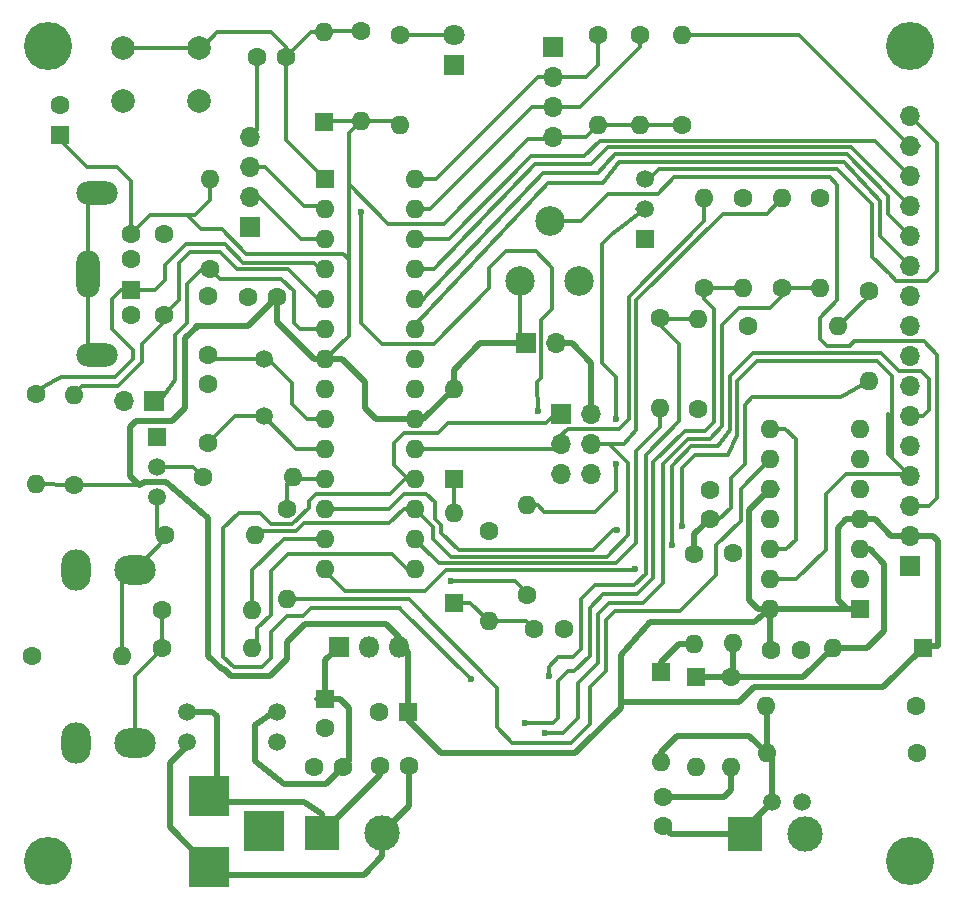
<source format=gbr>
G04 #@! TF.FileFunction,Copper,L2,Bot,Signal*
%FSLAX46Y46*%
G04 Gerber Fmt 4.6, Leading zero omitted, Abs format (unit mm)*
G04 Created by KiCad (PCBNEW 4.0.7) date 01/02/22 22:14:36*
%MOMM*%
%LPD*%
G01*
G04 APERTURE LIST*
%ADD10C,0.100000*%
%ADD11C,1.600000*%
%ADD12O,1.600000X1.600000*%
%ADD13R,1.600000X1.600000*%
%ADD14R,3.500000X3.500000*%
%ADD15C,4.064000*%
%ADD16R,1.700000X1.700000*%
%ADD17O,1.700000X1.700000*%
%ADD18O,2.500000X3.500000*%
%ADD19O,3.500000X2.500000*%
%ADD20O,3.500000X2.000000*%
%ADD21O,2.000000X4.000000*%
%ADD22C,2.500000*%
%ADD23C,2.000000*%
%ADD24R,1.800000X1.800000*%
%ADD25O,1.800000X1.800000*%
%ADD26C,1.500000*%
%ADD27C,1.800000*%
%ADD28C,1.520000*%
%ADD29R,1.520000X1.520000*%
%ADD30R,3.000000X3.000000*%
%ADD31C,3.000000*%
%ADD32C,0.600000*%
%ADD33C,0.500000*%
%ADD34C,0.350000*%
G04 APERTURE END LIST*
D10*
D11*
X113870000Y-78860000D03*
D12*
X113870000Y-86480000D03*
D11*
X92330000Y-107010000D03*
D12*
X92330000Y-114630000D03*
D13*
X78480000Y-121230000D03*
D11*
X78480000Y-123730000D03*
X75170000Y-66900000D03*
X72670000Y-66900000D03*
D13*
X56000000Y-73500000D03*
D11*
X56000000Y-71000000D03*
X74400000Y-87200000D03*
X71900000Y-87200000D03*
X68560000Y-87170000D03*
X68560000Y-92170000D03*
X68560000Y-94600000D03*
X68560000Y-99600000D03*
X96150000Y-115340000D03*
X98650000Y-115340000D03*
D13*
X85520000Y-122350000D03*
D11*
X83020000Y-122350000D03*
D13*
X78330000Y-72430000D03*
D12*
X78330000Y-64810000D03*
D13*
X89340000Y-102600000D03*
D12*
X89340000Y-94980000D03*
D13*
X89380000Y-113160000D03*
D12*
X89380000Y-105540000D03*
D14*
X68620000Y-129460000D03*
X68620000Y-135460000D03*
X73320000Y-132460000D03*
D15*
X128000000Y-66000000D03*
X55000000Y-66000000D03*
D16*
X98450000Y-97160000D03*
D17*
X100990000Y-97160000D03*
X98450000Y-99700000D03*
X100990000Y-99700000D03*
X98450000Y-102240000D03*
X100990000Y-102240000D03*
D15*
X128000000Y-135000000D03*
X55000000Y-135000000D03*
D16*
X97790000Y-66040000D03*
D17*
X97790000Y-68580000D03*
X97790000Y-71120000D03*
X97790000Y-73660000D03*
D16*
X72136000Y-81280000D03*
D17*
X72136000Y-78740000D03*
X72136000Y-76200000D03*
X72136000Y-73660000D03*
D18*
X57340000Y-110310000D03*
D19*
X62340000Y-110310000D03*
D18*
X57340000Y-124950000D03*
D19*
X62340000Y-124950000D03*
D16*
X95480000Y-91140000D03*
D17*
X98020000Y-91140000D03*
D20*
X59180000Y-78460000D03*
X59180000Y-92160000D03*
D13*
X62030000Y-86610000D03*
D11*
X62030000Y-84010000D03*
X62030000Y-88710000D03*
X62030000Y-81910000D03*
X64830000Y-88710000D03*
X64830000Y-81910000D03*
D21*
X58380000Y-85310000D03*
D11*
X81460000Y-64690000D03*
D12*
X81460000Y-72310000D03*
D11*
X105156000Y-65024000D03*
D12*
X105156000Y-72644000D03*
D11*
X101600000Y-65024000D03*
D12*
X101600000Y-72644000D03*
D11*
X64920000Y-107370000D03*
D12*
X72540000Y-107370000D03*
D11*
X53680000Y-117650000D03*
D12*
X61300000Y-117650000D03*
D11*
X108712000Y-72644000D03*
D12*
X108712000Y-65024000D03*
D11*
X64650000Y-116930000D03*
D12*
X72270000Y-116930000D03*
D11*
X64680000Y-113690000D03*
D12*
X72300000Y-113690000D03*
D11*
X117180000Y-86500000D03*
D12*
X117180000Y-78880000D03*
D11*
X120390000Y-78870000D03*
D12*
X120390000Y-86490000D03*
D11*
X110540000Y-86480000D03*
D12*
X110540000Y-78860000D03*
D11*
X106810000Y-89040000D03*
D12*
X106810000Y-96660000D03*
D11*
X110030000Y-96700000D03*
D12*
X110030000Y-89080000D03*
D11*
X57190000Y-103130000D03*
D12*
X57190000Y-95510000D03*
D11*
X53970000Y-95460000D03*
D12*
X53970000Y-103080000D03*
D22*
X97496000Y-80812000D03*
X99996000Y-85852000D03*
X94996000Y-85852000D03*
D23*
X67818000Y-66112000D03*
X67818000Y-70612000D03*
X61318000Y-66112000D03*
X61318000Y-70612000D03*
D24*
X79600000Y-116850000D03*
D25*
X82140000Y-116850000D03*
X84680000Y-116850000D03*
D13*
X78486000Y-77216000D03*
D12*
X86106000Y-110236000D03*
X78486000Y-79756000D03*
X86106000Y-107696000D03*
X78486000Y-82296000D03*
X86106000Y-105156000D03*
X78486000Y-84836000D03*
X86106000Y-102616000D03*
X78486000Y-87376000D03*
X86106000Y-100076000D03*
X78486000Y-89916000D03*
X86106000Y-97536000D03*
X78486000Y-92456000D03*
X86106000Y-94996000D03*
X78486000Y-94996000D03*
X86106000Y-92456000D03*
X78486000Y-97536000D03*
X86106000Y-89916000D03*
X78486000Y-100076000D03*
X86106000Y-87376000D03*
X78486000Y-102616000D03*
X86106000Y-84836000D03*
X78486000Y-105156000D03*
X86106000Y-82296000D03*
X78486000Y-107696000D03*
X86106000Y-79756000D03*
X78486000Y-110236000D03*
X86106000Y-77216000D03*
D16*
X128000000Y-110000000D03*
D17*
X128000000Y-107460000D03*
X128000000Y-104920000D03*
X128000000Y-102380000D03*
X128000000Y-99840000D03*
X128000000Y-97300000D03*
X128000000Y-94760000D03*
X128000000Y-92220000D03*
X128000000Y-89680000D03*
X128000000Y-87140000D03*
X128000000Y-84600000D03*
X128000000Y-82060000D03*
X128000000Y-79520000D03*
X128000000Y-76980000D03*
X128000000Y-74440000D03*
X128000000Y-71900000D03*
D26*
X73260000Y-97340000D03*
X73260000Y-92460000D03*
D24*
X89408000Y-67564000D03*
D27*
X89408000Y-65024000D03*
D11*
X84836000Y-65024000D03*
D12*
X84836000Y-72644000D03*
D28*
X64260000Y-101640000D03*
X64260000Y-104180000D03*
D29*
X64260000Y-99100000D03*
D11*
X68110000Y-102490000D03*
D12*
X75730000Y-102490000D03*
D16*
X64008000Y-96012000D03*
D17*
X61468000Y-96012000D03*
D11*
X68730000Y-84830000D03*
D12*
X68730000Y-77210000D03*
D30*
X78232000Y-132588000D03*
D31*
X83312000Y-132588000D03*
D28*
X105520000Y-79780000D03*
X105520000Y-77240000D03*
D29*
X105520000Y-82320000D03*
D11*
X95550000Y-112490000D03*
D12*
X95550000Y-104870000D03*
D11*
X107070000Y-129530000D03*
X107070000Y-132030000D03*
X116250000Y-117080000D03*
X118750000Y-117080000D03*
D13*
X109830000Y-119420000D03*
D12*
X109830000Y-127040000D03*
D13*
X129050000Y-116940000D03*
D12*
X121430000Y-116940000D03*
D26*
X116260000Y-130000000D03*
X118800000Y-130000000D03*
D30*
X113974000Y-132728000D03*
D31*
X119054000Y-132728000D03*
D11*
X128550000Y-125870000D03*
D12*
X115850000Y-125870000D03*
D11*
X128520000Y-121870000D03*
D12*
X115820000Y-121870000D03*
D11*
X112990000Y-108910000D03*
D12*
X112990000Y-116530000D03*
D11*
X75200000Y-105170000D03*
D12*
X75200000Y-112790000D03*
D13*
X123770000Y-113660000D03*
D12*
X116150000Y-98420000D03*
X123770000Y-111120000D03*
X116150000Y-100960000D03*
X123770000Y-108580000D03*
X116150000Y-103500000D03*
X123770000Y-106040000D03*
X116150000Y-106040000D03*
X123770000Y-103500000D03*
X116150000Y-108580000D03*
X123770000Y-100960000D03*
X116150000Y-111120000D03*
X123770000Y-98420000D03*
X116150000Y-113660000D03*
D11*
X112850000Y-119420000D03*
D12*
X112850000Y-127040000D03*
D11*
X111010000Y-106030000D03*
X111010000Y-103530000D03*
D13*
X106930000Y-119000000D03*
D12*
X106930000Y-126620000D03*
D11*
X109720000Y-108990000D03*
D12*
X109720000Y-116610000D03*
D11*
X124530000Y-86700000D03*
D12*
X124530000Y-94320000D03*
D11*
X114300000Y-89720000D03*
D12*
X121920000Y-89720000D03*
D11*
X83090000Y-126930000D03*
X85590000Y-126930000D03*
X80000000Y-127000000D03*
X77500000Y-127000000D03*
D26*
X66770000Y-122340000D03*
X74390000Y-122340000D03*
X66770000Y-124880000D03*
X74390000Y-124880000D03*
D32*
X96450000Y-96850000D03*
X81534000Y-80010000D03*
X90780000Y-119610000D03*
X97050000Y-124110000D03*
X95420000Y-123280000D03*
X97430000Y-119280000D03*
X108700000Y-106600000D03*
X103140000Y-106960000D03*
X107870000Y-108260000D03*
X104720000Y-110280000D03*
X103124000Y-101346000D03*
X103124000Y-97536000D03*
X89130000Y-111260000D03*
D33*
X74390000Y-122340000D02*
X74160000Y-122340000D01*
X74160000Y-122340000D02*
X72500000Y-123500000D01*
X78500000Y-128500000D02*
X80000000Y-127000000D01*
X75000000Y-128500000D02*
X78500000Y-128500000D01*
X72500000Y-126500000D02*
X75000000Y-128500000D01*
X72500000Y-123500000D02*
X72500000Y-126500000D01*
X78480000Y-121230000D02*
X79730000Y-121230000D01*
X80500000Y-122000000D02*
X80500000Y-126500000D01*
X79730000Y-121230000D02*
X80500000Y-122000000D01*
X80500000Y-126500000D02*
X80000000Y-127000000D01*
X78480000Y-121230000D02*
X78480000Y-117970000D01*
X78480000Y-117970000D02*
X79600000Y-116850000D01*
X78480000Y-121230000D02*
X77760000Y-121230000D01*
X78480000Y-121230000D02*
X77930000Y-121090000D01*
D34*
X72092000Y-81686000D02*
X72086000Y-81680000D01*
X96770000Y-93540000D02*
X96770000Y-89210000D01*
X97710000Y-88270000D02*
X96770000Y-89210000D01*
X97710000Y-84800000D02*
X97710000Y-88270000D01*
X96280000Y-83370000D02*
X97710000Y-84800000D01*
X93770000Y-83370000D02*
X96280000Y-83370000D01*
X92370000Y-84770000D02*
X93770000Y-83370000D01*
X92370000Y-86470000D02*
X92370000Y-84770000D01*
X87673000Y-91167000D02*
X92370000Y-86470000D01*
X87673000Y-91167000D02*
X83293000Y-91167000D01*
X96770000Y-94060000D02*
X96770000Y-93540000D01*
X96440000Y-94390000D02*
X96770000Y-94060000D01*
X96450000Y-96850000D02*
X96440000Y-94390000D01*
X83293000Y-91167000D02*
X81534000Y-89408000D01*
X81534000Y-89408000D02*
X81534000Y-80010000D01*
X83312000Y-91186000D02*
X83293000Y-91167000D01*
X67818000Y-66112000D02*
X68000000Y-66112000D01*
X68000000Y-66112000D02*
X69342000Y-64770000D01*
X75170000Y-66026000D02*
X75170000Y-66900000D01*
X73914000Y-64770000D02*
X75170000Y-66026000D01*
X69342000Y-64770000D02*
X73914000Y-64770000D01*
X67818000Y-66112000D02*
X61318000Y-66112000D01*
X68000000Y-66112000D02*
X68580000Y-65532000D01*
X98450000Y-102240000D02*
X98538000Y-102240000D01*
X78330000Y-64810000D02*
X77260000Y-64810000D01*
X77260000Y-64810000D02*
X75170000Y-66900000D01*
X81460000Y-64690000D02*
X78450000Y-64690000D01*
X78450000Y-64690000D02*
X78330000Y-64810000D01*
X75170000Y-66900000D02*
X75170000Y-73900000D01*
X75170000Y-73900000D02*
X78486000Y-77216000D01*
X75280000Y-66790000D02*
X75170000Y-66900000D01*
X72670000Y-66900000D02*
X72670000Y-73126000D01*
X72670000Y-73126000D02*
X72136000Y-73660000D01*
X72036000Y-73560000D02*
X72136000Y-73660000D01*
D33*
X88297118Y-125822589D02*
X99657411Y-125822589D01*
X100300000Y-125180000D02*
X100300000Y-125200000D01*
X99657411Y-125822589D02*
X100300000Y-125180000D01*
X103500000Y-121540000D02*
X113490000Y-121540000D01*
X125710000Y-120280000D02*
X129050000Y-116940000D01*
X114750000Y-120280000D02*
X125710000Y-120280000D01*
X113490000Y-121540000D02*
X114750000Y-120280000D01*
X123770000Y-106040000D02*
X122560000Y-106040000D01*
X122660000Y-113660000D02*
X123770000Y-113660000D01*
X121850000Y-112850000D02*
X122660000Y-113660000D01*
X121850000Y-106750000D02*
X121850000Y-112850000D01*
X122560000Y-106040000D02*
X121850000Y-106750000D01*
X114790000Y-114750000D02*
X116150000Y-113660000D01*
X105980000Y-114750000D02*
X114790000Y-114750000D01*
X103500000Y-117500000D02*
X105980000Y-114750000D01*
X103500000Y-122000000D02*
X103500000Y-121540000D01*
X103500000Y-121540000D02*
X103500000Y-117500000D01*
X100300000Y-125200000D02*
X103500000Y-122000000D01*
X84680000Y-116850000D02*
X85090000Y-116850000D01*
X85090000Y-116850000D02*
X85520000Y-117280000D01*
X85520000Y-117280000D02*
X85520000Y-122350000D01*
X85520000Y-122350000D02*
X85520000Y-123030000D01*
X85520000Y-123030000D02*
X88297118Y-125822589D01*
X69719000Y-118741000D02*
X69901000Y-118741000D01*
X83580000Y-114920000D02*
X84680000Y-116020000D01*
X76750000Y-114920000D02*
X83580000Y-114920000D01*
X75210000Y-116460000D02*
X76750000Y-114920000D01*
X75210000Y-117860000D02*
X75210000Y-116460000D01*
X73770000Y-119300000D02*
X75210000Y-117860000D01*
X70460000Y-119300000D02*
X73770000Y-119300000D01*
X69901000Y-118741000D02*
X70460000Y-119300000D01*
X84680000Y-116020000D02*
X84680000Y-116850000D01*
D34*
X57190000Y-103130000D02*
X62732000Y-103130000D01*
X62732000Y-103130000D02*
X62738000Y-103124000D01*
X116150000Y-103500000D02*
X116840000Y-103500000D01*
D33*
X116150000Y-113660000D02*
X115140000Y-113660000D01*
X114390000Y-105260000D02*
X116150000Y-103500000D01*
X114390000Y-112910000D02*
X114390000Y-105260000D01*
X115140000Y-113660000D02*
X114390000Y-112910000D01*
X116150000Y-113660000D02*
X116150000Y-116980000D01*
X116150000Y-116980000D02*
X116250000Y-117080000D01*
X130340000Y-116760000D02*
X129230000Y-116760000D01*
X129230000Y-116760000D02*
X129050000Y-116940000D01*
X128000000Y-107460000D02*
X126400000Y-107460000D01*
X126400000Y-107460000D02*
X124980000Y-106040000D01*
X124980000Y-106040000D02*
X123770000Y-106040000D01*
X123770000Y-113660000D02*
X116150000Y-113660000D01*
X115970000Y-116800000D02*
X116250000Y-117080000D01*
X129930000Y-107460000D02*
X128000000Y-107460000D01*
X130340000Y-107870000D02*
X129930000Y-107460000D01*
X130340000Y-116760000D02*
X130340000Y-107870000D01*
X89340000Y-94980000D02*
X89340000Y-93370000D01*
X91570000Y-91140000D02*
X95480000Y-91140000D01*
X89340000Y-93370000D02*
X91570000Y-91140000D01*
X84426000Y-117104000D02*
X84680000Y-116850000D01*
D34*
X57190000Y-103130000D02*
X53970000Y-103080000D01*
D33*
X61976000Y-99690000D02*
X61976000Y-98234000D01*
X61976000Y-102362000D02*
X61976000Y-99690000D01*
X62738000Y-103124000D02*
X61976000Y-102362000D01*
X61976000Y-98234000D02*
X62480000Y-97730000D01*
X62480000Y-97730000D02*
X65500000Y-97730000D01*
X65500000Y-97730000D02*
X66640000Y-96590000D01*
X66640000Y-96590000D02*
X66640000Y-90690000D01*
X66640000Y-90690000D02*
X67668000Y-89662000D01*
D34*
X66810000Y-80300000D02*
X67430000Y-80300000D01*
X68730000Y-79000000D02*
X68730000Y-77210000D01*
X67430000Y-80300000D02*
X68730000Y-79000000D01*
X80450000Y-85190000D02*
X80450000Y-84030000D01*
X63640000Y-80300000D02*
X62030000Y-81910000D01*
X66810000Y-80300000D02*
X63640000Y-80300000D01*
X67990000Y-81480000D02*
X66810000Y-80300000D01*
X69730000Y-81480000D02*
X67990000Y-81480000D01*
X71800000Y-83550000D02*
X69730000Y-81480000D01*
X79970000Y-83550000D02*
X71800000Y-83550000D01*
X80450000Y-84030000D02*
X79970000Y-83550000D01*
D33*
X78486000Y-92456000D02*
X77496000Y-92456000D01*
X74400000Y-89360000D02*
X74400000Y-87200000D01*
X77496000Y-92456000D02*
X74400000Y-89360000D01*
X69719000Y-118741000D02*
X68580000Y-117602000D01*
X68580000Y-117602000D02*
X68580000Y-105918000D01*
X68580000Y-105918000D02*
X65006000Y-102914000D01*
X65006000Y-102914000D02*
X63228000Y-102914000D01*
X63228000Y-102914000D02*
X62738000Y-103124000D01*
X67564000Y-89662000D02*
X71938000Y-89662000D01*
X71938000Y-89662000D02*
X74400000Y-87200000D01*
X78486000Y-92456000D02*
X78316000Y-92456000D01*
D34*
X80450000Y-90492000D02*
X78486000Y-92456000D01*
X80450000Y-84820000D02*
X80450000Y-85190000D01*
X80450000Y-85190000D02*
X80450000Y-90492000D01*
X80450000Y-84820000D02*
X80450000Y-77690000D01*
X97610000Y-73840000D02*
X95670000Y-73840000D01*
X80450000Y-77690000D02*
X80450000Y-76600000D01*
X80450000Y-73320000D02*
X81460000Y-72310000D01*
X80450000Y-76600000D02*
X80450000Y-73320000D01*
X95670000Y-73840000D02*
X88490000Y-81020000D01*
X88490000Y-81020000D02*
X83780000Y-81020000D01*
X83780000Y-81020000D02*
X80450000Y-77690000D01*
D33*
X86106000Y-97536000D02*
X86784000Y-97536000D01*
X86784000Y-97536000D02*
X89340000Y-94980000D01*
X78486000Y-92456000D02*
X79866000Y-92456000D01*
X82746000Y-97536000D02*
X86106000Y-97536000D01*
X81830000Y-96620000D02*
X82746000Y-97536000D01*
X81830000Y-94420000D02*
X81830000Y-96620000D01*
X79866000Y-92456000D02*
X81830000Y-94420000D01*
D34*
X94996000Y-85852000D02*
X94972000Y-90632000D01*
X94972000Y-90632000D02*
X95480000Y-91140000D01*
X81460000Y-72310000D02*
X84502000Y-72310000D01*
X84502000Y-72310000D02*
X84836000Y-72644000D01*
X108712000Y-72644000D02*
X105156000Y-72644000D01*
X101600000Y-72644000D02*
X105156000Y-72644000D01*
X97790000Y-73660000D02*
X100584000Y-73660000D01*
X100584000Y-73660000D02*
X101600000Y-72644000D01*
X56000000Y-73500000D02*
X56000000Y-73950000D01*
X56000000Y-73950000D02*
X58290000Y-76240000D01*
X97790000Y-73660000D02*
X97610000Y-73840000D01*
X86170000Y-97600000D02*
X86106000Y-97536000D01*
X81490000Y-72280000D02*
X81460000Y-72310000D01*
X81530000Y-72240000D02*
X81460000Y-72310000D01*
X81460000Y-72310000D02*
X78450000Y-72310000D01*
X78450000Y-72310000D02*
X78330000Y-72430000D01*
X62030000Y-81910000D02*
X62660000Y-81910000D01*
X62030000Y-77420000D02*
X62030000Y-81910000D01*
X60850000Y-76240000D02*
X62030000Y-77420000D01*
X58290000Y-76240000D02*
X60850000Y-76240000D01*
X73260000Y-92460000D02*
X73664000Y-92460000D01*
X73664000Y-92460000D02*
X75692000Y-94488000D01*
X76962000Y-97536000D02*
X78486000Y-97536000D01*
X75692000Y-96266000D02*
X76962000Y-97536000D01*
X75692000Y-94488000D02*
X75692000Y-96266000D01*
X73260000Y-92460000D02*
X68850000Y-92460000D01*
X68850000Y-92460000D02*
X68560000Y-92170000D01*
X78486000Y-100076000D02*
X75996000Y-100076000D01*
X75996000Y-100076000D02*
X73260000Y-97340000D01*
X73260000Y-97340000D02*
X73464000Y-97340000D01*
X73260000Y-97340000D02*
X70820000Y-97340000D01*
X70820000Y-97340000D02*
X68560000Y-99600000D01*
X92330000Y-114630000D02*
X95440000Y-114630000D01*
X95440000Y-114630000D02*
X96150000Y-115340000D01*
X92780000Y-115080000D02*
X92330000Y-114630000D01*
X89380000Y-113160000D02*
X90730000Y-113160000D01*
X90730000Y-113160000D02*
X92330000Y-114630000D01*
X92780000Y-115080000D02*
X92330000Y-114630000D01*
X92400000Y-114700000D02*
X92330000Y-114630000D01*
X92530000Y-114830000D02*
X92330000Y-114630000D01*
X89340000Y-102600000D02*
X89340000Y-105500000D01*
X89340000Y-105500000D02*
X89380000Y-105540000D01*
X89460000Y-102720000D02*
X89340000Y-102600000D01*
X84740000Y-113540000D02*
X84740000Y-113570000D01*
X84740000Y-113570000D02*
X90780000Y-119610000D01*
X70710000Y-118570000D02*
X73120000Y-118570000D01*
X77270000Y-113540000D02*
X84740000Y-113540000D01*
X84740000Y-113540000D02*
X84770000Y-113540000D01*
X76590000Y-114220000D02*
X77270000Y-113540000D01*
X75250000Y-114220000D02*
X76590000Y-114220000D01*
X73910000Y-115560000D02*
X75250000Y-114220000D01*
X73910000Y-117780000D02*
X73910000Y-115560000D01*
X73120000Y-118570000D02*
X73910000Y-117780000D01*
X79040000Y-103880000D02*
X77700000Y-103880000D01*
X85194000Y-102616000D02*
X83930000Y-103880000D01*
X83930000Y-103880000D02*
X79040000Y-103880000D01*
X85194000Y-102616000D02*
X86106000Y-102616000D01*
X77700000Y-103880000D02*
X77090000Y-104490000D01*
X77090000Y-105080000D02*
X77090000Y-104490000D01*
X75700000Y-106470000D02*
X77090000Y-105080000D01*
X73920000Y-106470000D02*
X75700000Y-106470000D01*
X72940000Y-105490000D02*
X73920000Y-106470000D01*
X71150000Y-105490000D02*
X72940000Y-105490000D01*
X69820000Y-106820000D02*
X71150000Y-105490000D01*
X69820000Y-117680000D02*
X69820000Y-106820000D01*
X70710000Y-118570000D02*
X69820000Y-117680000D01*
X98450000Y-97160000D02*
X97920000Y-97160000D01*
X97920000Y-97160000D02*
X97180000Y-97900000D01*
X97180000Y-97900000D02*
X88890000Y-97900000D01*
X88890000Y-97900000D02*
X88010000Y-98780000D01*
X88010000Y-98780000D02*
X85140000Y-98780000D01*
X85140000Y-98780000D02*
X84330000Y-99590000D01*
X84330000Y-99590000D02*
X84330000Y-101470000D01*
X84330000Y-101470000D02*
X85476000Y-102616000D01*
X85476000Y-102616000D02*
X86106000Y-102616000D01*
X86106000Y-102616000D02*
X85326000Y-102616000D01*
D33*
X98020000Y-91140000D02*
X99330000Y-91140000D01*
X100990000Y-92800000D02*
X100990000Y-97160000D01*
X99330000Y-91140000D02*
X100990000Y-92800000D01*
X98020000Y-91140000D02*
X98528000Y-91140000D01*
D34*
X98020000Y-91140000D02*
X98274000Y-91140000D01*
X103140000Y-98390000D02*
X103340000Y-98390000D01*
X103340000Y-98390000D02*
X104150000Y-97580000D01*
X110540000Y-80830000D02*
X110540000Y-78860000D01*
X104150000Y-97580000D02*
X104150000Y-87190000D01*
X104150000Y-87190000D02*
X110540000Y-80830000D01*
X98450000Y-99700000D02*
X98450000Y-98930000D01*
X98450000Y-98930000D02*
X98990000Y-98390000D01*
X98990000Y-98390000D02*
X103140000Y-98390000D01*
X86106000Y-100076000D02*
X98074000Y-100076000D01*
X98074000Y-100076000D02*
X98450000Y-99700000D01*
X78170000Y-106400000D02*
X76690000Y-106400000D01*
X76020000Y-107070000D02*
X72840000Y-107070000D01*
X76690000Y-106400000D02*
X76020000Y-107070000D01*
X72840000Y-107070000D02*
X72540000Y-107370000D01*
X80250000Y-106400000D02*
X78170000Y-106400000D01*
X104750000Y-98520000D02*
X104750000Y-87460000D01*
X115840000Y-80220000D02*
X117180000Y-78880000D01*
X112190000Y-80220000D02*
X115840000Y-80220000D01*
X104750000Y-87460000D02*
X112190000Y-80220000D01*
X100990000Y-99700000D02*
X103770000Y-99700000D01*
X103770000Y-99700000D02*
X104750000Y-98520000D01*
X99720000Y-109239996D02*
X102300004Y-109239996D01*
X104120000Y-105890000D02*
X104090000Y-105890000D01*
X104120000Y-107420000D02*
X104120000Y-105890000D01*
X102300004Y-109239996D02*
X104120000Y-107420000D01*
X104090000Y-105890000D02*
X104090000Y-101296000D01*
X104090000Y-101296000D02*
X102494000Y-99700000D01*
X102494000Y-99700000D02*
X100990000Y-99700000D01*
X100990000Y-99700000D02*
X100810000Y-99700000D01*
X87610000Y-107710000D02*
X87610000Y-106660000D01*
X89139996Y-109239996D02*
X87610000Y-107710000D01*
X99720000Y-109239996D02*
X89139996Y-109239996D01*
X87610000Y-106660000D02*
X86106000Y-105156000D01*
X86106000Y-105156000D02*
X86106000Y-105216000D01*
X100990000Y-99700000D02*
X100990000Y-99368000D01*
X86106000Y-105156000D02*
X86106000Y-105186000D01*
X86106000Y-105156000D02*
X86346000Y-105156000D01*
X86106000Y-105156000D02*
X85134000Y-105156000D01*
X85134000Y-105156000D02*
X83890000Y-106400000D01*
X83890000Y-106400000D02*
X80250000Y-106400000D01*
X86106000Y-77216000D02*
X87884000Y-77216000D01*
X96520000Y-68580000D02*
X97790000Y-68580000D01*
X87884000Y-77216000D02*
X96520000Y-68580000D01*
X101600000Y-65024000D02*
X101600000Y-67564000D01*
X100584000Y-68580000D02*
X97790000Y-68580000D01*
X101600000Y-67564000D02*
X100584000Y-68580000D01*
X86106000Y-79756000D02*
X87376000Y-79756000D01*
X96012000Y-71120000D02*
X97790000Y-71120000D01*
X87376000Y-79756000D02*
X96012000Y-71120000D01*
X97790000Y-71120000D02*
X100076000Y-71120000D01*
X105156000Y-66040000D02*
X105156000Y-65024000D01*
X100076000Y-71120000D02*
X105156000Y-66040000D01*
X72136000Y-78740000D02*
X72898000Y-78740000D01*
X72898000Y-78740000D02*
X76454000Y-82296000D01*
X76454000Y-82296000D02*
X78486000Y-82296000D01*
X72136000Y-78740000D02*
X71440000Y-78650000D01*
X72092000Y-79146000D02*
X72086000Y-79140000D01*
X72136000Y-76200000D02*
X73406000Y-76200000D01*
X76708000Y-79502000D02*
X78232000Y-79502000D01*
X73406000Y-76200000D02*
X76708000Y-79502000D01*
X78232000Y-79502000D02*
X78486000Y-79756000D01*
X64920000Y-107370000D02*
X64920000Y-107730000D01*
X64920000Y-107730000D02*
X62340000Y-110310000D01*
X61300000Y-117650000D02*
X61300000Y-111350000D01*
X61300000Y-111350000D02*
X62340000Y-110310000D01*
X64260000Y-104180000D02*
X64262000Y-107342000D01*
X64262000Y-107342000D02*
X64920000Y-107370000D01*
X64260000Y-104180000D02*
X64260000Y-104424000D01*
X64650000Y-116930000D02*
X64650000Y-116990000D01*
X64650000Y-116990000D02*
X62340000Y-119300000D01*
X62340000Y-119300000D02*
X62340000Y-124950000D01*
X64680000Y-113690000D02*
X64670000Y-116910000D01*
X64670000Y-116910000D02*
X64650000Y-116930000D01*
X58380000Y-85310000D02*
X58380000Y-91360000D01*
X58380000Y-91360000D02*
X59180000Y-92160000D01*
X58380000Y-85310000D02*
X58380000Y-79260000D01*
X58380000Y-79260000D02*
X59180000Y-78460000D01*
X53970000Y-95460000D02*
X53970000Y-95206000D01*
X53970000Y-95206000D02*
X56134000Y-93980000D01*
X56134000Y-93980000D02*
X60706000Y-93980000D01*
X60706000Y-93980000D02*
X62230000Y-92456000D01*
X62230000Y-92456000D02*
X62230000Y-91694000D01*
X62230000Y-91694000D02*
X60452000Y-89916000D01*
X60452000Y-89916000D02*
X60452000Y-87376000D01*
X60452000Y-87376000D02*
X61218000Y-86610000D01*
X61218000Y-86610000D02*
X62030000Y-86610000D01*
X78486000Y-84836000D02*
X77996000Y-84836000D01*
X77996000Y-84836000D02*
X77489998Y-84329998D01*
X77489998Y-84329998D02*
X71519998Y-84329998D01*
X71519998Y-84329998D02*
X69950000Y-82760000D01*
X69950000Y-82760000D02*
X66690000Y-82760000D01*
X66690000Y-82760000D02*
X64920000Y-84530000D01*
X64920000Y-84530000D02*
X64920000Y-85790000D01*
X64920000Y-85790000D02*
X64100000Y-86610000D01*
X64100000Y-86610000D02*
X62030000Y-86610000D01*
X57190000Y-95510000D02*
X57404000Y-95250000D01*
X62992000Y-91186000D02*
X64830000Y-89348000D01*
X62992000Y-92710000D02*
X62992000Y-91186000D01*
X60960000Y-94742000D02*
X62992000Y-92710000D01*
X57912000Y-94742000D02*
X60960000Y-94742000D01*
X57404000Y-95250000D02*
X57912000Y-94742000D01*
X64830000Y-89348000D02*
X64830000Y-88710000D01*
X64830000Y-88710000D02*
X64420000Y-88710000D01*
X78486000Y-87376000D02*
X77826000Y-87376000D01*
X77826000Y-87376000D02*
X75330000Y-84880000D01*
X75330000Y-84880000D02*
X71020000Y-84880000D01*
X71020000Y-84880000D02*
X69550000Y-83410000D01*
X69550000Y-83410000D02*
X67000000Y-83410000D01*
X67000000Y-83410000D02*
X66080000Y-84330000D01*
X66080000Y-84330000D02*
X66080000Y-87460000D01*
X66080000Y-87460000D02*
X64830000Y-88710000D01*
X64830000Y-88710000D02*
X65010000Y-88710000D01*
X108712000Y-65024000D02*
X118584000Y-65024000D01*
X118584000Y-65024000D02*
X128000000Y-74440000D01*
X128000000Y-74440000D02*
X128750000Y-74440000D01*
X78486000Y-107696000D02*
X74974000Y-107696000D01*
X72300000Y-110370000D02*
X72300000Y-113690000D01*
X74974000Y-107696000D02*
X72300000Y-110370000D01*
X78486000Y-107696000D02*
X77774000Y-107696000D01*
X72300000Y-113690000D02*
X72300000Y-113070000D01*
X117180000Y-86500000D02*
X117180000Y-87110000D01*
X117180000Y-87110000D02*
X116160000Y-88130000D01*
X98640000Y-124110000D02*
X97050000Y-124110000D01*
X99910000Y-122840000D02*
X98640000Y-124110000D01*
X99910000Y-119890000D02*
X99910000Y-122840000D01*
X101560000Y-118240000D02*
X99910000Y-119890000D01*
X101560000Y-114080000D02*
X101560000Y-118240000D01*
X102500000Y-113140000D02*
X101560000Y-114080000D01*
X105370000Y-113140000D02*
X102500000Y-113140000D01*
X107050000Y-111460000D02*
X105370000Y-113140000D01*
X107050000Y-101370000D02*
X107050000Y-111460000D01*
X109210000Y-99210000D02*
X107050000Y-101370000D01*
X111070000Y-99210000D02*
X109210000Y-99210000D01*
X112090000Y-98190000D02*
X111070000Y-99210000D01*
X112090000Y-89580000D02*
X112090000Y-98190000D01*
X113540000Y-88130000D02*
X112090000Y-89580000D01*
X116160000Y-88130000D02*
X113540000Y-88130000D01*
X117180000Y-86500000D02*
X117180000Y-86640000D01*
X120390000Y-86490000D02*
X117190000Y-86490000D01*
X117190000Y-86490000D02*
X117180000Y-86500000D01*
X117220000Y-86460000D02*
X117180000Y-86500000D01*
X110540000Y-86480000D02*
X110540000Y-87380000D01*
X97740000Y-123280000D02*
X95420000Y-123280000D01*
X98190000Y-122830000D02*
X97740000Y-123280000D01*
X98190000Y-119760000D02*
X98190000Y-122830000D01*
X99060000Y-118890000D02*
X98190000Y-119760000D01*
X99570000Y-118890000D02*
X99060000Y-118890000D01*
X100860000Y-117600000D02*
X99570000Y-118890000D01*
X100860000Y-113520000D02*
X100860000Y-117600000D01*
X101980000Y-112400000D02*
X100860000Y-113520000D01*
X104860000Y-112400000D02*
X101980000Y-112400000D01*
X106260000Y-111000000D02*
X104860000Y-112400000D01*
X106260000Y-101230000D02*
X106260000Y-111000000D01*
X108930000Y-98560000D02*
X106260000Y-101230000D01*
X110610000Y-98560000D02*
X108930000Y-98560000D01*
X111370000Y-97800000D02*
X110610000Y-98560000D01*
X111370000Y-88210000D02*
X111370000Y-97800000D01*
X110540000Y-87380000D02*
X111370000Y-88210000D01*
X110540000Y-86480000D02*
X110540000Y-86540000D01*
X113870000Y-86480000D02*
X110540000Y-86480000D01*
X110540000Y-86480000D02*
X110540000Y-86510000D01*
X110580000Y-86520000D02*
X110540000Y-86480000D01*
X103390000Y-111620000D02*
X101290000Y-111620000D01*
X97430000Y-118520000D02*
X97430000Y-119280000D01*
X98220000Y-117730000D02*
X97430000Y-118520000D01*
X99450000Y-117730000D02*
X98220000Y-117730000D01*
X100140000Y-117040000D02*
X99450000Y-117730000D01*
X100140000Y-112770000D02*
X100140000Y-117040000D01*
X101290000Y-111620000D02*
X100140000Y-112770000D01*
X104610000Y-111620000D02*
X103390000Y-111620000D01*
X105590000Y-100600000D02*
X105590000Y-110640000D01*
X105590000Y-110640000D02*
X104610000Y-111620000D01*
X103390000Y-111620000D02*
X102290000Y-111620000D01*
X106810000Y-89040000D02*
X106810000Y-89570000D01*
X106810000Y-89570000D02*
X108460000Y-91220000D01*
X108460000Y-97730000D02*
X105590000Y-100600000D01*
X108460000Y-91220000D02*
X108460000Y-97730000D01*
X110030000Y-89080000D02*
X106850000Y-89080000D01*
X106850000Y-89080000D02*
X106810000Y-89040000D01*
X104790000Y-101530000D02*
X104790000Y-100230000D01*
X106810000Y-98210000D02*
X106810000Y-96660000D01*
X104790000Y-100230000D02*
X106810000Y-98210000D01*
X100500002Y-109789998D02*
X103080002Y-109789998D01*
X104810000Y-106410000D02*
X104790000Y-106410000D01*
X104810000Y-108060000D02*
X104810000Y-106410000D01*
X103080002Y-109789998D02*
X104810000Y-108060000D01*
X104790000Y-104810000D02*
X104790000Y-101530000D01*
X104790000Y-106410000D02*
X104790000Y-104810000D01*
X87580000Y-109260000D02*
X87580000Y-109250000D01*
X88109998Y-109789998D02*
X87580000Y-109260000D01*
X100500002Y-109789998D02*
X88109998Y-109789998D01*
X86106000Y-107696000D02*
X86106000Y-107776000D01*
X86106000Y-107776000D02*
X87580000Y-109250000D01*
X86106000Y-107696000D02*
X86696000Y-107696000D01*
X130290000Y-93600000D02*
X130290000Y-92100000D01*
X120340000Y-89000000D02*
X121840000Y-87500000D01*
X120340000Y-90750000D02*
X120340000Y-89000000D01*
X120950000Y-91360000D02*
X120340000Y-90750000D01*
X122880000Y-91360000D02*
X120950000Y-91360000D01*
X123280000Y-90960000D02*
X122880000Y-91360000D01*
X129150000Y-90960000D02*
X123280000Y-90960000D01*
X130290000Y-92100000D02*
X129150000Y-90960000D01*
X121840000Y-77720000D02*
X121220000Y-77100000D01*
X100098000Y-80812000D02*
X102430000Y-78480000D01*
X102430000Y-78480000D02*
X106540000Y-78480000D01*
X97496000Y-80812000D02*
X100098000Y-80812000D01*
X106610000Y-78480000D02*
X107990000Y-77100000D01*
X107990000Y-77100000D02*
X121220000Y-77100000D01*
X106540000Y-78480000D02*
X106610000Y-78480000D01*
X121840000Y-87500000D02*
X121840000Y-77720000D01*
X130290000Y-93600000D02*
X130290000Y-104240000D01*
X130290000Y-104240000D02*
X129610000Y-104920000D01*
X129610000Y-104920000D02*
X128000000Y-104920000D01*
X98552000Y-80812000D02*
X97496000Y-80812000D01*
X124530000Y-86700000D02*
X124530000Y-87110000D01*
X124530000Y-87110000D02*
X121920000Y-89720000D01*
X97800000Y-77608000D02*
X101992000Y-77608000D01*
X125430000Y-82030000D02*
X128000000Y-84600000D01*
X125430000Y-79110000D02*
X125430000Y-82030000D01*
X122420000Y-75780000D02*
X125430000Y-79110000D01*
X103380000Y-75780000D02*
X122420000Y-75780000D01*
X101992000Y-77608000D02*
X103380000Y-75780000D01*
X86106000Y-89916000D02*
X86106000Y-89614000D01*
X86106000Y-89614000D02*
X97350000Y-77608000D01*
X97350000Y-77608000D02*
X97800000Y-77608000D01*
X86106000Y-89916000D02*
X86614000Y-89916000D01*
X99360000Y-76722000D02*
X101588000Y-76722000D01*
X126110000Y-78710000D02*
X126110000Y-80170000D01*
X122690000Y-75120000D02*
X126110000Y-78710000D01*
X103020000Y-75120000D02*
X122690000Y-75120000D01*
X101588000Y-76722000D02*
X103020000Y-75120000D01*
X126110000Y-80170000D02*
X128000000Y-82060000D01*
X86106000Y-87376000D02*
X86744000Y-87376000D01*
X86744000Y-87376000D02*
X96890000Y-76722000D01*
X96890000Y-76722000D02*
X99360000Y-76722000D01*
X86106000Y-87376000D02*
X86868000Y-87376000D01*
X100130000Y-75996000D02*
X100934000Y-75996000D01*
X123020002Y-74540002D02*
X128000000Y-79520000D01*
X102389998Y-74540002D02*
X123020002Y-74540002D01*
X100934000Y-75996000D02*
X102389998Y-74540002D01*
X86106000Y-84836000D02*
X87664000Y-84836000D01*
X96250000Y-75996000D02*
X100130000Y-75996000D01*
X87664000Y-84836000D02*
X96250000Y-75996000D01*
X116150000Y-111120000D02*
X118350000Y-111120000D01*
X122530000Y-102220000D02*
X127840000Y-102220000D01*
X120840000Y-103910000D02*
X122530000Y-102220000D01*
X120840000Y-108630000D02*
X120840000Y-103910000D01*
X118350000Y-111120000D02*
X120840000Y-108630000D01*
X127840000Y-102220000D02*
X128000000Y-102380000D01*
X124260000Y-92680000D02*
X125200000Y-92680000D01*
X126470000Y-100850000D02*
X128000000Y-102380000D01*
X126470000Y-93950000D02*
X126470000Y-100850000D01*
X125200000Y-92680000D02*
X126470000Y-93950000D01*
X113360000Y-94740000D02*
X113360000Y-94380000D01*
X115060000Y-92680000D02*
X124260000Y-92680000D01*
X113360000Y-94380000D02*
X115060000Y-92680000D01*
X113360000Y-98880000D02*
X113360000Y-94740000D01*
X112540000Y-100580000D02*
X113360000Y-98880000D01*
X109790000Y-100580000D02*
X112540000Y-100580000D01*
X108660000Y-101710000D02*
X109790000Y-100580000D01*
X108660000Y-106560000D02*
X108660000Y-101710000D01*
X108700000Y-106600000D02*
X108660000Y-106560000D01*
X126150000Y-100530000D02*
X128000000Y-102380000D01*
X126150000Y-97410000D02*
X126150000Y-100530000D01*
X126150000Y-97120000D02*
X126150000Y-97410000D01*
X99240000Y-108689994D02*
X101120006Y-108689994D01*
X101120006Y-108689994D02*
X102850000Y-106960000D01*
X102850000Y-106960000D02*
X103140000Y-106960000D01*
X87740000Y-104590000D02*
X87030000Y-103880000D01*
X87740000Y-106000000D02*
X87740000Y-104590000D01*
X88290000Y-106550000D02*
X87740000Y-106000000D01*
X88290000Y-107220000D02*
X88290000Y-106550000D01*
X89759994Y-108689994D02*
X88290000Y-107220000D01*
X99350006Y-108689994D02*
X99240000Y-108689994D01*
X99240000Y-108689994D02*
X89759994Y-108689994D01*
X78486000Y-105156000D02*
X83884000Y-105156000D01*
X85160000Y-103880000D02*
X87030000Y-103880000D01*
X83884000Y-105156000D02*
X85160000Y-103880000D01*
X97800000Y-75330000D02*
X100420000Y-75330000D01*
X125010000Y-73990000D02*
X128000000Y-76980000D01*
X101760000Y-73990000D02*
X125010000Y-73990000D01*
X100420000Y-75330000D02*
X101760000Y-73990000D01*
X88944000Y-82296000D02*
X95910000Y-75330000D01*
X95910000Y-75330000D02*
X97800000Y-75330000D01*
X86106000Y-82296000D02*
X88944000Y-82296000D01*
X86106000Y-82296000D02*
X86868000Y-82296000D01*
X124810000Y-91980000D02*
X125540000Y-91980000D01*
X129110000Y-97300000D02*
X128000000Y-97300000D01*
X129620000Y-96790000D02*
X129110000Y-97300000D01*
X129620000Y-94170000D02*
X129620000Y-96790000D01*
X128930000Y-93480000D02*
X129620000Y-94170000D01*
X127040000Y-93480000D02*
X128930000Y-93480000D01*
X125540000Y-91980000D02*
X127040000Y-93480000D01*
X112770000Y-94660000D02*
X112770000Y-93900000D01*
X114690000Y-91980000D02*
X124810000Y-91980000D01*
X112770000Y-93900000D02*
X114690000Y-91980000D01*
X112770000Y-98510000D02*
X112770000Y-94660000D01*
X111740000Y-99870000D02*
X112770000Y-98510000D01*
X109457820Y-99870000D02*
X111740000Y-99870000D01*
X107820000Y-101507820D02*
X109457820Y-99870000D01*
X107820000Y-108210000D02*
X107820000Y-101507820D01*
X107870000Y-108260000D02*
X107820000Y-108210000D01*
X104660000Y-110340000D02*
X104720000Y-110280000D01*
X101650000Y-110340000D02*
X104660000Y-110340000D01*
X88690000Y-110340000D02*
X101650000Y-110340000D01*
X101650000Y-110340000D02*
X102260000Y-110340000D01*
X78486000Y-110236000D02*
X78486000Y-110446000D01*
X78486000Y-110446000D02*
X80170000Y-112130000D01*
X80170000Y-112130000D02*
X86900000Y-112130000D01*
X86900000Y-112130000D02*
X88690000Y-110340000D01*
X84836000Y-65024000D02*
X89408000Y-65024000D01*
X64260000Y-101640000D02*
X67260000Y-101640000D01*
X67260000Y-101640000D02*
X68110000Y-102490000D01*
X75200000Y-105170000D02*
X75200000Y-103020000D01*
X75200000Y-103020000D02*
X75730000Y-102490000D01*
X78486000Y-102616000D02*
X75856000Y-102616000D01*
X75856000Y-102616000D02*
X75730000Y-102490000D01*
X64008000Y-96012000D02*
X64488000Y-96012000D01*
X64488000Y-96012000D02*
X65786000Y-94234000D01*
X65786000Y-94234000D02*
X65786000Y-90424000D01*
X65786000Y-90424000D02*
X66802000Y-89408000D01*
X66802000Y-89408000D02*
X66802000Y-86106000D01*
X66802000Y-86106000D02*
X68078000Y-84830000D01*
X68078000Y-84830000D02*
X68730000Y-84830000D01*
X78486000Y-89916000D02*
X76296000Y-89916000D01*
X69570000Y-85670000D02*
X68730000Y-84830000D01*
X74760000Y-85670000D02*
X69570000Y-85670000D01*
X75850000Y-86760000D02*
X74760000Y-85670000D01*
X75850000Y-89470000D02*
X75850000Y-86760000D01*
X76296000Y-89916000D02*
X75850000Y-89470000D01*
X103124000Y-97536000D02*
X103124000Y-93984000D01*
X96488000Y-104870000D02*
X97028000Y-105410000D01*
X97028000Y-105410000D02*
X101346000Y-105410000D01*
X101346000Y-105410000D02*
X103124000Y-103632000D01*
X103124000Y-103632000D02*
X103124000Y-101346000D01*
X95550000Y-104870000D02*
X96488000Y-104870000D01*
X102760000Y-81890000D02*
X105520000Y-79780000D01*
X101930000Y-82720000D02*
X102760000Y-81890000D01*
X101930000Y-92790000D02*
X101930000Y-82720000D01*
X103124000Y-93984000D02*
X101930000Y-92790000D01*
X104900000Y-79780000D02*
X105520000Y-79780000D01*
X126195000Y-85215000D02*
X126185000Y-85215000D01*
X121820000Y-76420000D02*
X124780000Y-79380000D01*
X124780000Y-79380000D02*
X124780000Y-83810000D01*
X126185000Y-85215000D02*
X124780000Y-83810000D01*
X106700000Y-76420000D02*
X121820000Y-76420000D01*
X106700000Y-76420000D02*
X105880000Y-77240000D01*
X105520000Y-77240000D02*
X105880000Y-77240000D01*
X126050000Y-85080000D02*
X126050000Y-85070000D01*
X130260000Y-74160000D02*
X128000000Y-71900000D01*
X130260000Y-85020000D02*
X130260000Y-74160000D01*
X129430000Y-85850000D02*
X130260000Y-85020000D01*
X126830000Y-85850000D02*
X129430000Y-85850000D01*
X126050000Y-85070000D02*
X126195000Y-85215000D01*
X126195000Y-85215000D02*
X126830000Y-85850000D01*
X86106000Y-110236000D02*
X85386000Y-110236000D01*
X85386000Y-110236000D02*
X84120000Y-108970000D01*
X72700000Y-115260000D02*
X72700000Y-116500000D01*
X73840000Y-114120000D02*
X72700000Y-115260000D01*
X73840000Y-110420000D02*
X73840000Y-114120000D01*
X75290000Y-108970000D02*
X73840000Y-110420000D01*
X84120000Y-108970000D02*
X75290000Y-108970000D01*
X72700000Y-116500000D02*
X72270000Y-116930000D01*
X95550000Y-112490000D02*
X95550000Y-112260000D01*
X95550000Y-112260000D02*
X94550000Y-111260000D01*
X94550000Y-111260000D02*
X89130000Y-111260000D01*
D33*
X107070000Y-129530000D02*
X112270000Y-129530000D01*
X112850000Y-128950000D02*
X112850000Y-127040000D01*
X112270000Y-129530000D02*
X112850000Y-128950000D01*
X106930000Y-126620000D02*
X106930000Y-125720000D01*
X114340000Y-124360000D02*
X115850000Y-125870000D01*
X108290000Y-124360000D02*
X114340000Y-124360000D01*
X106930000Y-125720000D02*
X108290000Y-124360000D01*
X113974000Y-132728000D02*
X107768000Y-132728000D01*
X107768000Y-132728000D02*
X107070000Y-132030000D01*
X115850000Y-125870000D02*
X115850000Y-121900000D01*
X115850000Y-121900000D02*
X115820000Y-121870000D01*
X116260000Y-130000000D02*
X116260000Y-126280000D01*
X116260000Y-126280000D02*
X115850000Y-125870000D01*
X113974000Y-132728000D02*
X113974000Y-132286000D01*
X113974000Y-132286000D02*
X116260000Y-130000000D01*
D34*
X102230000Y-117980000D02*
X102230000Y-118890000D01*
X85550000Y-112820000D02*
X75230000Y-112820000D01*
X93020000Y-120290000D02*
X85550000Y-112820000D01*
X93020000Y-123650000D02*
X93020000Y-120290000D01*
X94320000Y-124950000D02*
X93020000Y-123650000D01*
X99300000Y-124950000D02*
X94320000Y-124950000D01*
X100870000Y-123380000D02*
X99300000Y-124950000D01*
X100870000Y-120250000D02*
X100870000Y-123380000D01*
X102230000Y-118890000D02*
X100870000Y-120250000D01*
X75230000Y-112820000D02*
X75200000Y-112790000D01*
X105640000Y-113830000D02*
X108490000Y-113830000D01*
X113640000Y-103470000D02*
X116150000Y-100960000D01*
X113640000Y-106180000D02*
X113640000Y-103470000D01*
X111560000Y-108260000D02*
X113640000Y-106180000D01*
X111560000Y-110760000D02*
X111560000Y-108260000D01*
X108490000Y-113830000D02*
X111560000Y-110760000D01*
X102230000Y-114610000D02*
X102230000Y-117980000D01*
X102230000Y-117980000D02*
X102230000Y-118070000D01*
X103010000Y-113830000D02*
X102230000Y-114610000D01*
X105930000Y-113830000D02*
X105640000Y-113830000D01*
X105640000Y-113830000D02*
X103010000Y-113830000D01*
X116150000Y-98420000D02*
X117430000Y-98420000D01*
X117500000Y-108580000D02*
X116150000Y-108580000D01*
X118300000Y-107780000D02*
X117500000Y-108580000D01*
X118300000Y-99290000D02*
X118300000Y-107780000D01*
X117430000Y-98420000D02*
X118300000Y-99290000D01*
X123770000Y-100960000D02*
X123770000Y-101170000D01*
D33*
X123770000Y-108580000D02*
X124560000Y-108580000D01*
X124560000Y-108580000D02*
X125790000Y-109810000D01*
X125790000Y-109810000D02*
X125790000Y-115520000D01*
X125790000Y-115520000D02*
X124370000Y-116940000D01*
X124370000Y-116940000D02*
X121430000Y-116940000D01*
X121430000Y-116940000D02*
X118950000Y-119420000D01*
X118950000Y-119420000D02*
X112850000Y-119420000D01*
X112850000Y-119420000D02*
X112910000Y-119420000D01*
X112990000Y-116530000D02*
X112990000Y-119280000D01*
X112990000Y-119280000D02*
X112850000Y-119420000D01*
X112850000Y-119420000D02*
X109830000Y-119420000D01*
D34*
X111010000Y-106030000D02*
X111840000Y-106030000D01*
X122170000Y-95720000D02*
X124530000Y-94320000D01*
X114640000Y-95720000D02*
X122170000Y-95720000D01*
X114000000Y-96360000D02*
X114640000Y-95720000D01*
X114000000Y-101330000D02*
X114000000Y-96360000D01*
X112790000Y-102540000D02*
X114000000Y-101330000D01*
X112790000Y-105080000D02*
X112790000Y-102540000D01*
X111840000Y-106030000D02*
X112790000Y-105080000D01*
D33*
X109720000Y-108990000D02*
X109720000Y-107320000D01*
X109720000Y-107320000D02*
X111010000Y-106030000D01*
X106930000Y-119000000D02*
X106930000Y-118130000D01*
X108450000Y-116610000D02*
X109720000Y-116610000D01*
X106930000Y-118130000D02*
X108450000Y-116610000D01*
X66770000Y-122340000D02*
X68880000Y-122340000D01*
X69270000Y-122730000D02*
X69270000Y-128810000D01*
X68880000Y-122340000D02*
X69270000Y-122730000D01*
X69270000Y-128810000D02*
X68620000Y-130000000D01*
X83090000Y-126930000D02*
X83090000Y-127730000D01*
X83090000Y-127730000D02*
X78232000Y-132588000D01*
X68620000Y-130000000D02*
X76690000Y-130000000D01*
X78232000Y-131002000D02*
X78232000Y-132588000D01*
X76690000Y-130000000D02*
X78232000Y-131002000D01*
X77470000Y-131826000D02*
X78232000Y-132588000D01*
X69382000Y-128698000D02*
X68620000Y-130000000D01*
X66770000Y-124880000D02*
X66770000Y-125220000D01*
X66770000Y-125220000D02*
X65300000Y-126690000D01*
X65300000Y-126690000D02*
X65300000Y-132140000D01*
X65300000Y-132140000D02*
X68620000Y-135460000D01*
X85590000Y-126930000D02*
X85590000Y-130310000D01*
X85590000Y-130310000D02*
X83312000Y-132588000D01*
X83312000Y-132588000D02*
X83312000Y-134588000D01*
X81720000Y-136180000D02*
X69340000Y-136180000D01*
X83312000Y-134588000D02*
X81720000Y-136180000D01*
X69340000Y-136180000D02*
X68620000Y-135460000D01*
M02*

</source>
